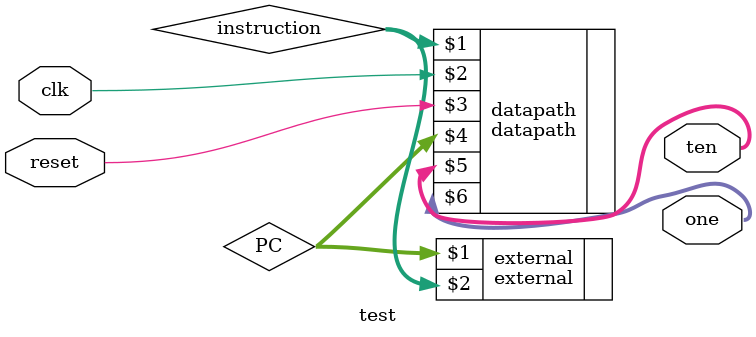
<source format=v>
`timescale 1ns / 1ps
module test(
    input reset,
    input clk,
    output [6:0] one,
    output [6:0] ten
    );
	
	wire [7:0] PC;
	wire [7:0] instruction;
	
	datapath datapath(
    instruction,
    clk,
    reset,
    PC,
    ten,
	one
    );
	
	external external(
	PC,
    instruction
    );

endmodule

</source>
